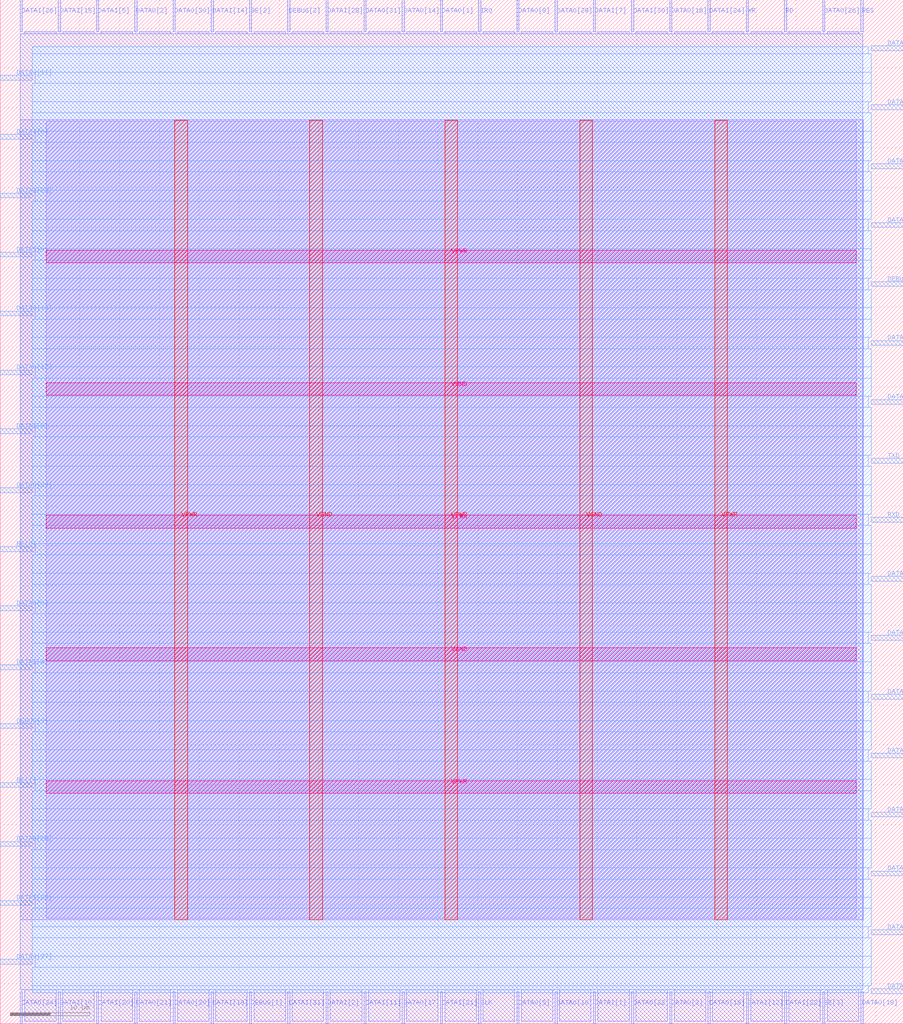
<source format=lef>
VERSION 5.7 ;
  NOWIREEXTENSIONATPIN ON ;
  DIVIDERCHAR "/" ;
  BUSBITCHARS "[]" ;
MACRO darkuart
  CLASS BLOCK ;
  FOREIGN darkuart ;
  ORIGIN 0.000 0.000 ;
  SIZE 113.430 BY 128.550 ;
  PIN BE[0]
    DIRECTION INPUT ;
    USE SIGNAL ;
    PORT
      LAYER met3 ;
        RECT 0.000 59.270 4.000 59.870 ;
    END
  END BE[0]
  PIN BE[1]
    DIRECTION INPUT ;
    USE SIGNAL ;
    PORT
      LAYER met3 ;
        RECT 0.000 29.670 4.000 30.270 ;
    END
  END BE[1]
  PIN BE[2]
    DIRECTION INPUT ;
    USE SIGNAL ;
    PORT
      LAYER met2 ;
        RECT 31.300 124.550 31.580 128.550 ;
    END
  END BE[2]
  PIN BE[3]
    DIRECTION INPUT ;
    USE SIGNAL ;
    PORT
      LAYER met2 ;
        RECT 103.300 0.000 103.580 4.000 ;
    END
  END BE[3]
  PIN CLK
    DIRECTION INPUT ;
    USE SIGNAL ;
    PORT
      LAYER met2 ;
        RECT 60.100 0.000 60.380 4.000 ;
    END
  END CLK
  PIN DATAI[0]
    DIRECTION INPUT ;
    USE SIGNAL ;
    PORT
      LAYER met3 ;
        RECT 0.000 96.270 4.000 96.870 ;
    END
  END DATAI[0]
  PIN DATAI[10]
    DIRECTION INPUT ;
    USE SIGNAL ;
    PORT
      LAYER met2 ;
        RECT 7.300 0.000 7.580 4.000 ;
    END
  END DATAI[10]
  PIN DATAI[11]
    DIRECTION INPUT ;
    USE SIGNAL ;
    PORT
      LAYER met2 ;
        RECT 45.700 0.000 45.980 4.000 ;
    END
  END DATAI[11]
  PIN DATAI[12]
    DIRECTION INPUT ;
    USE SIGNAL ;
    PORT
      LAYER met2 ;
        RECT 93.700 0.000 93.980 4.000 ;
    END
  END DATAI[12]
  PIN DATAI[13]
    DIRECTION INPUT ;
    USE SIGNAL ;
    PORT
      LAYER met3 ;
        RECT 109.430 11.170 113.430 11.770 ;
    END
  END DATAI[13]
  PIN DATAI[14]
    DIRECTION INPUT ;
    USE SIGNAL ;
    PORT
      LAYER met2 ;
        RECT 26.500 124.550 26.780 128.550 ;
    END
  END DATAI[14]
  PIN DATAI[15]
    DIRECTION INPUT ;
    USE SIGNAL ;
    PORT
      LAYER met2 ;
        RECT 7.300 124.550 7.580 128.550 ;
    END
  END DATAI[15]
  PIN DATAI[16]
    DIRECTION INPUT ;
    USE SIGNAL ;
    PORT
      LAYER met3 ;
        RECT 109.430 33.370 113.430 33.970 ;
    END
  END DATAI[16]
  PIN DATAI[17]
    DIRECTION INPUT ;
    USE SIGNAL ;
    PORT
      LAYER met3 ;
        RECT 109.430 25.970 113.430 26.570 ;
    END
  END DATAI[17]
  PIN DATAI[18]
    DIRECTION INPUT ;
    USE SIGNAL ;
    PORT
      LAYER met2 ;
        RECT 26.500 0.000 26.780 4.000 ;
    END
  END DATAI[18]
  PIN DATAI[19]
    DIRECTION INPUT ;
    USE SIGNAL ;
    PORT
      LAYER met3 ;
        RECT 109.430 85.170 113.430 85.770 ;
    END
  END DATAI[19]
  PIN DATAI[1]
    DIRECTION INPUT ;
    USE SIGNAL ;
    PORT
      LAYER met2 ;
        RECT 74.500 0.000 74.780 4.000 ;
    END
  END DATAI[1]
  PIN DATAI[20]
    DIRECTION INPUT ;
    USE SIGNAL ;
    PORT
      LAYER met2 ;
        RECT 12.100 0.000 12.380 4.000 ;
    END
  END DATAI[20]
  PIN DATAI[21]
    DIRECTION INPUT ;
    USE SIGNAL ;
    PORT
      LAYER met2 ;
        RECT 55.300 0.000 55.580 4.000 ;
    END
  END DATAI[21]
  PIN DATAI[22]
    DIRECTION INPUT ;
    USE SIGNAL ;
    PORT
      LAYER met2 ;
        RECT 98.500 0.000 98.780 4.000 ;
    END
  END DATAI[22]
  PIN DATAI[23]
    DIRECTION INPUT ;
    USE SIGNAL ;
    PORT
      LAYER met3 ;
        RECT 0.000 103.670 4.000 104.270 ;
    END
  END DATAI[23]
  PIN DATAI[24]
    DIRECTION INPUT ;
    USE SIGNAL ;
    PORT
      LAYER met2 ;
        RECT 88.900 124.550 89.180 128.550 ;
    END
  END DATAI[24]
  PIN DATAI[25]
    DIRECTION INPUT ;
    USE SIGNAL ;
    PORT
      LAYER met3 ;
        RECT 0.000 14.870 4.000 15.470 ;
    END
  END DATAI[25]
  PIN DATAI[26]
    DIRECTION INPUT ;
    USE SIGNAL ;
    PORT
      LAYER met2 ;
        RECT 2.500 124.550 2.780 128.550 ;
    END
  END DATAI[26]
  PIN DATAI[27]
    DIRECTION INPUT ;
    USE SIGNAL ;
    PORT
      LAYER met3 ;
        RECT 109.430 40.770 113.430 41.370 ;
    END
  END DATAI[27]
  PIN DATAI[28]
    DIRECTION INPUT ;
    USE SIGNAL ;
    PORT
      LAYER met2 ;
        RECT 40.900 124.550 41.180 128.550 ;
    END
  END DATAI[28]
  PIN DATAI[29]
    DIRECTION INPUT ;
    USE SIGNAL ;
    PORT
      LAYER met3 ;
        RECT 109.430 122.170 113.430 122.770 ;
    END
  END DATAI[29]
  PIN DATAI[2]
    DIRECTION INPUT ;
    USE SIGNAL ;
    PORT
      LAYER met2 ;
        RECT 40.900 0.000 41.180 4.000 ;
    END
  END DATAI[2]
  PIN DATAI[30]
    DIRECTION INPUT ;
    USE SIGNAL ;
    PORT
      LAYER met2 ;
        RECT 79.300 124.550 79.580 128.550 ;
    END
  END DATAI[30]
  PIN DATAI[31]
    DIRECTION INPUT ;
    USE SIGNAL ;
    PORT
      LAYER met2 ;
        RECT 36.100 0.000 36.380 4.000 ;
    END
  END DATAI[31]
  PIN DATAI[3]
    DIRECTION INPUT ;
    USE SIGNAL ;
    PORT
      LAYER met3 ;
        RECT 109.430 55.570 113.430 56.170 ;
    END
  END DATAI[3]
  PIN DATAI[4]
    DIRECTION INPUT ;
    USE SIGNAL ;
    PORT
      LAYER met3 ;
        RECT 0.000 44.470 4.000 45.070 ;
    END
  END DATAI[4]
  PIN DATAI[5]
    DIRECTION INPUT ;
    USE SIGNAL ;
    PORT
      LAYER met2 ;
        RECT 12.100 124.550 12.380 128.550 ;
    END
  END DATAI[5]
  PIN DATAI[6]
    DIRECTION INPUT ;
    USE SIGNAL ;
    PORT
      LAYER met3 ;
        RECT 0.000 111.070 4.000 111.670 ;
    END
  END DATAI[6]
  PIN DATAI[7]
    DIRECTION INPUT ;
    USE SIGNAL ;
    PORT
      LAYER met2 ;
        RECT 74.500 124.550 74.780 128.550 ;
    END
  END DATAI[7]
  PIN DATAI[8]
    DIRECTION INPUT ;
    USE SIGNAL ;
    PORT
      LAYER met3 ;
        RECT 109.430 114.770 113.430 115.370 ;
    END
  END DATAI[8]
  PIN DATAI[9]
    DIRECTION INPUT ;
    USE SIGNAL ;
    PORT
      LAYER met3 ;
        RECT 0.000 74.070 4.000 74.670 ;
    END
  END DATAI[9]
  PIN DATAO[0]
    DIRECTION OUTPUT TRISTATE ;
    USE SIGNAL ;
    PORT
      LAYER met3 ;
        RECT 0.000 51.870 4.000 52.470 ;
    END
  END DATAO[0]
  PIN DATAO[10]
    DIRECTION OUTPUT TRISTATE ;
    USE SIGNAL ;
    PORT
      LAYER met2 ;
        RECT 69.700 0.000 69.980 4.000 ;
    END
  END DATAO[10]
  PIN DATAO[11]
    DIRECTION OUTPUT TRISTATE ;
    USE SIGNAL ;
    PORT
      LAYER met3 ;
        RECT 0.000 118.470 4.000 119.070 ;
    END
  END DATAO[11]
  PIN DATAO[12]
    DIRECTION OUTPUT TRISTATE ;
    USE SIGNAL ;
    PORT
      LAYER met3 ;
        RECT 0.000 81.470 4.000 82.070 ;
    END
  END DATAO[12]
  PIN DATAO[13]
    DIRECTION OUTPUT TRISTATE ;
    USE SIGNAL ;
    PORT
      LAYER met3 ;
        RECT 0.000 88.870 4.000 89.470 ;
    END
  END DATAO[13]
  PIN DATAO[14]
    DIRECTION OUTPUT TRISTATE ;
    USE SIGNAL ;
    PORT
      LAYER met2 ;
        RECT 50.500 124.550 50.780 128.550 ;
    END
  END DATAO[14]
  PIN DATAO[15]
    DIRECTION OUTPUT TRISTATE ;
    USE SIGNAL ;
    PORT
      LAYER met3 ;
        RECT 109.430 3.770 113.430 4.370 ;
    END
  END DATAO[15]
  PIN DATAO[16]
    DIRECTION OUTPUT TRISTATE ;
    USE SIGNAL ;
    PORT
      LAYER met2 ;
        RECT 84.100 124.550 84.380 128.550 ;
    END
  END DATAO[16]
  PIN DATAO[17]
    DIRECTION OUTPUT TRISTATE ;
    USE SIGNAL ;
    PORT
      LAYER met2 ;
        RECT 50.500 0.000 50.780 4.000 ;
    END
  END DATAO[17]
  PIN DATAO[18]
    DIRECTION OUTPUT TRISTATE ;
    USE SIGNAL ;
    PORT
      LAYER met2 ;
        RECT 108.100 0.000 108.380 4.000 ;
    END
  END DATAO[18]
  PIN DATAO[19]
    DIRECTION OUTPUT TRISTATE ;
    USE SIGNAL ;
    PORT
      LAYER met2 ;
        RECT 88.900 0.000 89.180 4.000 ;
    END
  END DATAO[19]
  PIN DATAO[1]
    DIRECTION OUTPUT TRISTATE ;
    USE SIGNAL ;
    PORT
      LAYER met2 ;
        RECT 55.300 124.550 55.580 128.550 ;
    END
  END DATAO[1]
  PIN DATAO[20]
    DIRECTION OUTPUT TRISTATE ;
    USE SIGNAL ;
    PORT
      LAYER met2 ;
        RECT 21.700 0.000 21.980 4.000 ;
    END
  END DATAO[20]
  PIN DATAO[21]
    DIRECTION OUTPUT TRISTATE ;
    USE SIGNAL ;
    PORT
      LAYER met2 ;
        RECT 16.900 0.000 17.180 4.000 ;
    END
  END DATAO[21]
  PIN DATAO[22]
    DIRECTION OUTPUT TRISTATE ;
    USE SIGNAL ;
    PORT
      LAYER met2 ;
        RECT 79.300 0.000 79.580 4.000 ;
    END
  END DATAO[22]
  PIN DATAO[23]
    DIRECTION OUTPUT TRISTATE ;
    USE SIGNAL ;
    PORT
      LAYER met3 ;
        RECT 0.000 66.670 4.000 67.270 ;
    END
  END DATAO[23]
  PIN DATAO[24]
    DIRECTION OUTPUT TRISTATE ;
    USE SIGNAL ;
    PORT
      LAYER met2 ;
        RECT 2.500 0.000 2.780 4.000 ;
    END
  END DATAO[24]
  PIN DATAO[25]
    DIRECTION OUTPUT TRISTATE ;
    USE SIGNAL ;
    PORT
      LAYER met3 ;
        RECT 109.430 48.170 113.430 48.770 ;
    END
  END DATAO[25]
  PIN DATAO[26]
    DIRECTION OUTPUT TRISTATE ;
    USE SIGNAL ;
    PORT
      LAYER met2 ;
        RECT 103.300 124.550 103.580 128.550 ;
    END
  END DATAO[26]
  PIN DATAO[27]
    DIRECTION OUTPUT TRISTATE ;
    USE SIGNAL ;
    PORT
      LAYER met3 ;
        RECT 0.000 7.470 4.000 8.070 ;
    END
  END DATAO[27]
  PIN DATAO[28]
    DIRECTION OUTPUT TRISTATE ;
    USE SIGNAL ;
    PORT
      LAYER met3 ;
        RECT 0.000 22.270 4.000 22.870 ;
    END
  END DATAO[28]
  PIN DATAO[29]
    DIRECTION OUTPUT TRISTATE ;
    USE SIGNAL ;
    PORT
      LAYER met2 ;
        RECT 69.700 124.550 69.980 128.550 ;
    END
  END DATAO[29]
  PIN DATAO[2]
    DIRECTION OUTPUT TRISTATE ;
    USE SIGNAL ;
    PORT
      LAYER met2 ;
        RECT 16.900 124.550 17.180 128.550 ;
    END
  END DATAO[2]
  PIN DATAO[30]
    DIRECTION OUTPUT TRISTATE ;
    USE SIGNAL ;
    PORT
      LAYER met2 ;
        RECT 21.700 124.550 21.980 128.550 ;
    END
  END DATAO[30]
  PIN DATAO[31]
    DIRECTION OUTPUT TRISTATE ;
    USE SIGNAL ;
    PORT
      LAYER met2 ;
        RECT 45.700 124.550 45.980 128.550 ;
    END
  END DATAO[31]
  PIN DATAO[3]
    DIRECTION OUTPUT TRISTATE ;
    USE SIGNAL ;
    PORT
      LAYER met2 ;
        RECT 84.100 0.000 84.380 4.000 ;
    END
  END DATAO[3]
  PIN DATAO[4]
    DIRECTION OUTPUT TRISTATE ;
    USE SIGNAL ;
    PORT
      LAYER met3 ;
        RECT 109.430 107.370 113.430 107.970 ;
    END
  END DATAO[4]
  PIN DATAO[5]
    DIRECTION OUTPUT TRISTATE ;
    USE SIGNAL ;
    PORT
      LAYER met2 ;
        RECT 64.900 0.000 65.180 4.000 ;
    END
  END DATAO[5]
  PIN DATAO[6]
    DIRECTION OUTPUT TRISTATE ;
    USE SIGNAL ;
    PORT
      LAYER met3 ;
        RECT 109.430 77.770 113.430 78.370 ;
    END
  END DATAO[6]
  PIN DATAO[7]
    DIRECTION OUTPUT TRISTATE ;
    USE SIGNAL ;
    PORT
      LAYER met3 ;
        RECT 109.430 99.970 113.430 100.570 ;
    END
  END DATAO[7]
  PIN DATAO[8]
    DIRECTION OUTPUT TRISTATE ;
    USE SIGNAL ;
    PORT
      LAYER met2 ;
        RECT 64.900 124.550 65.180 128.550 ;
    END
  END DATAO[8]
  PIN DATAO[9]
    DIRECTION OUTPUT TRISTATE ;
    USE SIGNAL ;
    PORT
      LAYER met3 ;
        RECT 109.430 18.570 113.430 19.170 ;
    END
  END DATAO[9]
  PIN DEBUG[0]
    DIRECTION OUTPUT TRISTATE ;
    USE SIGNAL ;
    PORT
      LAYER met3 ;
        RECT 109.430 92.570 113.430 93.170 ;
    END
  END DEBUG[0]
  PIN DEBUG[1]
    DIRECTION OUTPUT TRISTATE ;
    USE SIGNAL ;
    PORT
      LAYER met2 ;
        RECT 31.300 0.000 31.580 4.000 ;
    END
  END DEBUG[1]
  PIN DEBUG[2]
    DIRECTION OUTPUT TRISTATE ;
    USE SIGNAL ;
    PORT
      LAYER met2 ;
        RECT 36.100 124.550 36.380 128.550 ;
    END
  END DEBUG[2]
  PIN DEBUG[3]
    DIRECTION OUTPUT TRISTATE ;
    USE SIGNAL ;
    PORT
      LAYER met3 ;
        RECT 0.000 37.070 4.000 37.670 ;
    END
  END DEBUG[3]
  PIN IRQ
    DIRECTION OUTPUT TRISTATE ;
    USE SIGNAL ;
    PORT
      LAYER met2 ;
        RECT 60.100 124.550 60.380 128.550 ;
    END
  END IRQ
  PIN RD
    DIRECTION INPUT ;
    USE SIGNAL ;
    PORT
      LAYER met2 ;
        RECT 98.500 124.550 98.780 128.550 ;
    END
  END RD
  PIN RES
    DIRECTION INPUT ;
    USE SIGNAL ;
    PORT
      LAYER met2 ;
        RECT 108.100 124.550 108.380 128.550 ;
    END
  END RES
  PIN RXD
    DIRECTION INPUT ;
    USE SIGNAL ;
    PORT
      LAYER met3 ;
        RECT 109.430 62.970 113.430 63.570 ;
    END
  END RXD
  PIN TXD
    DIRECTION OUTPUT TRISTATE ;
    USE SIGNAL ;
    PORT
      LAYER met3 ;
        RECT 109.430 70.370 113.430 70.970 ;
    END
  END TXD
  PIN WR
    DIRECTION INPUT ;
    USE SIGNAL ;
    PORT
      LAYER met2 ;
        RECT 93.700 124.550 93.980 128.550 ;
    END
  END WR
  PIN VPWR
    DIRECTION INOUT ;
    USE POWER ;
    PORT
      LAYER met4 ;
        RECT 89.760 13.080 91.360 113.460 ;
    END
  END VPWR
  PIN VPWR
    DIRECTION INOUT ;
    USE POWER ;
    PORT
      LAYER met4 ;
        RECT 55.840 13.080 57.440 113.460 ;
    END
  END VPWR
  PIN VPWR
    DIRECTION INOUT ;
    USE POWER ;
    PORT
      LAYER met4 ;
        RECT 21.920 13.080 23.520 113.460 ;
    END
  END VPWR
  PIN VPWR
    DIRECTION INOUT ;
    USE POWER ;
    PORT
      LAYER met5 ;
        RECT 5.760 95.530 107.520 97.130 ;
    END
  END VPWR
  PIN VPWR
    DIRECTION INOUT ;
    USE POWER ;
    PORT
      LAYER met5 ;
        RECT 5.760 62.230 107.520 63.830 ;
    END
  END VPWR
  PIN VPWR
    DIRECTION INOUT ;
    USE POWER ;
    PORT
      LAYER met5 ;
        RECT 5.760 28.930 107.520 30.530 ;
    END
  END VPWR
  PIN VGND
    DIRECTION INOUT ;
    USE GROUND ;
    PORT
      LAYER met4 ;
        RECT 72.800 13.080 74.400 113.460 ;
    END
  END VGND
  PIN VGND
    DIRECTION INOUT ;
    USE GROUND ;
    PORT
      LAYER met4 ;
        RECT 38.880 13.080 40.480 113.460 ;
    END
  END VGND
  PIN VGND
    DIRECTION INOUT ;
    USE GROUND ;
    PORT
      LAYER met5 ;
        RECT 5.760 78.880 107.520 80.480 ;
    END
  END VGND
  PIN VGND
    DIRECTION INOUT ;
    USE GROUND ;
    PORT
      LAYER met5 ;
        RECT 5.760 45.580 107.520 47.180 ;
    END
  END VGND
  OBS
      LAYER li1 ;
        RECT 5.760 13.235 107.520 113.305 ;
      LAYER met1 ;
        RECT 2.480 13.075 108.400 113.465 ;
      LAYER met2 ;
        RECT 3.060 124.270 7.020 124.550 ;
        RECT 7.860 124.270 11.820 124.550 ;
        RECT 12.660 124.270 16.620 124.550 ;
        RECT 17.460 124.270 21.420 124.550 ;
        RECT 22.260 124.270 26.220 124.550 ;
        RECT 27.060 124.270 31.020 124.550 ;
        RECT 31.860 124.270 35.820 124.550 ;
        RECT 36.660 124.270 40.620 124.550 ;
        RECT 41.460 124.270 45.420 124.550 ;
        RECT 46.260 124.270 50.220 124.550 ;
        RECT 51.060 124.270 55.020 124.550 ;
        RECT 55.860 124.270 59.820 124.550 ;
        RECT 60.660 124.270 64.620 124.550 ;
        RECT 65.460 124.270 69.420 124.550 ;
        RECT 70.260 124.270 74.220 124.550 ;
        RECT 75.060 124.270 79.020 124.550 ;
        RECT 79.860 124.270 83.820 124.550 ;
        RECT 84.660 124.270 88.620 124.550 ;
        RECT 89.460 124.270 93.420 124.550 ;
        RECT 94.260 124.270 98.220 124.550 ;
        RECT 99.060 124.270 103.020 124.550 ;
        RECT 103.860 124.270 107.820 124.550 ;
        RECT 2.510 4.280 108.370 124.270 ;
        RECT 3.060 0.300 7.020 4.280 ;
        RECT 7.860 0.300 11.820 4.280 ;
        RECT 12.660 0.300 16.620 4.280 ;
        RECT 17.460 0.300 21.420 4.280 ;
        RECT 22.260 0.300 26.220 4.280 ;
        RECT 27.060 0.300 31.020 4.280 ;
        RECT 31.860 0.300 35.820 4.280 ;
        RECT 36.660 0.300 40.620 4.280 ;
        RECT 41.460 0.300 45.420 4.280 ;
        RECT 46.260 0.300 50.220 4.280 ;
        RECT 51.060 0.300 55.020 4.280 ;
        RECT 55.860 0.300 59.820 4.280 ;
        RECT 60.660 0.300 64.620 4.280 ;
        RECT 65.460 0.300 69.420 4.280 ;
        RECT 70.260 0.300 74.220 4.280 ;
        RECT 75.060 0.300 79.020 4.280 ;
        RECT 79.860 0.300 83.820 4.280 ;
        RECT 84.660 0.300 88.620 4.280 ;
        RECT 89.460 0.300 93.420 4.280 ;
        RECT 94.260 0.300 98.220 4.280 ;
        RECT 99.060 0.300 103.020 4.280 ;
        RECT 103.860 0.300 107.820 4.280 ;
      LAYER met3 ;
        RECT 4.000 121.770 109.030 122.635 ;
        RECT 4.000 119.470 109.430 121.770 ;
        RECT 4.400 118.070 109.430 119.470 ;
        RECT 4.000 115.770 109.430 118.070 ;
        RECT 4.000 114.370 109.030 115.770 ;
        RECT 4.000 112.070 109.430 114.370 ;
        RECT 4.400 110.670 109.430 112.070 ;
        RECT 4.000 108.370 109.430 110.670 ;
        RECT 4.000 106.970 109.030 108.370 ;
        RECT 4.000 104.670 109.430 106.970 ;
        RECT 4.400 103.270 109.430 104.670 ;
        RECT 4.000 100.970 109.430 103.270 ;
        RECT 4.000 99.570 109.030 100.970 ;
        RECT 4.000 97.270 109.430 99.570 ;
        RECT 4.400 95.870 109.430 97.270 ;
        RECT 4.000 93.570 109.430 95.870 ;
        RECT 4.000 92.170 109.030 93.570 ;
        RECT 4.000 89.870 109.430 92.170 ;
        RECT 4.400 88.470 109.430 89.870 ;
        RECT 4.000 86.170 109.430 88.470 ;
        RECT 4.000 84.770 109.030 86.170 ;
        RECT 4.000 82.470 109.430 84.770 ;
        RECT 4.400 81.070 109.430 82.470 ;
        RECT 4.000 78.770 109.430 81.070 ;
        RECT 4.000 77.370 109.030 78.770 ;
        RECT 4.000 75.070 109.430 77.370 ;
        RECT 4.400 73.670 109.430 75.070 ;
        RECT 4.000 71.370 109.430 73.670 ;
        RECT 4.000 69.970 109.030 71.370 ;
        RECT 4.000 67.670 109.430 69.970 ;
        RECT 4.400 66.270 109.430 67.670 ;
        RECT 4.000 63.970 109.430 66.270 ;
        RECT 4.000 62.570 109.030 63.970 ;
        RECT 4.000 60.270 109.430 62.570 ;
        RECT 4.400 58.870 109.430 60.270 ;
        RECT 4.000 56.570 109.430 58.870 ;
        RECT 4.000 55.170 109.030 56.570 ;
        RECT 4.000 52.870 109.430 55.170 ;
        RECT 4.400 51.470 109.430 52.870 ;
        RECT 4.000 49.170 109.430 51.470 ;
        RECT 4.000 47.770 109.030 49.170 ;
        RECT 4.000 45.470 109.430 47.770 ;
        RECT 4.400 44.070 109.430 45.470 ;
        RECT 4.000 41.770 109.430 44.070 ;
        RECT 4.000 40.370 109.030 41.770 ;
        RECT 4.000 38.070 109.430 40.370 ;
        RECT 4.400 36.670 109.430 38.070 ;
        RECT 4.000 34.370 109.430 36.670 ;
        RECT 4.000 32.970 109.030 34.370 ;
        RECT 4.000 30.670 109.430 32.970 ;
        RECT 4.400 29.270 109.430 30.670 ;
        RECT 4.000 26.970 109.430 29.270 ;
        RECT 4.000 25.570 109.030 26.970 ;
        RECT 4.000 23.270 109.430 25.570 ;
        RECT 4.400 21.870 109.430 23.270 ;
        RECT 4.000 19.570 109.430 21.870 ;
        RECT 4.000 18.170 109.030 19.570 ;
        RECT 4.000 15.870 109.430 18.170 ;
        RECT 4.400 14.470 109.430 15.870 ;
        RECT 4.000 12.170 109.430 14.470 ;
        RECT 4.000 10.770 109.030 12.170 ;
        RECT 4.000 8.470 109.430 10.770 ;
        RECT 4.400 7.070 109.430 8.470 ;
        RECT 4.000 4.770 109.430 7.070 ;
        RECT 4.000 3.905 109.030 4.770 ;
  END
END darkuart
END LIBRARY


</source>
